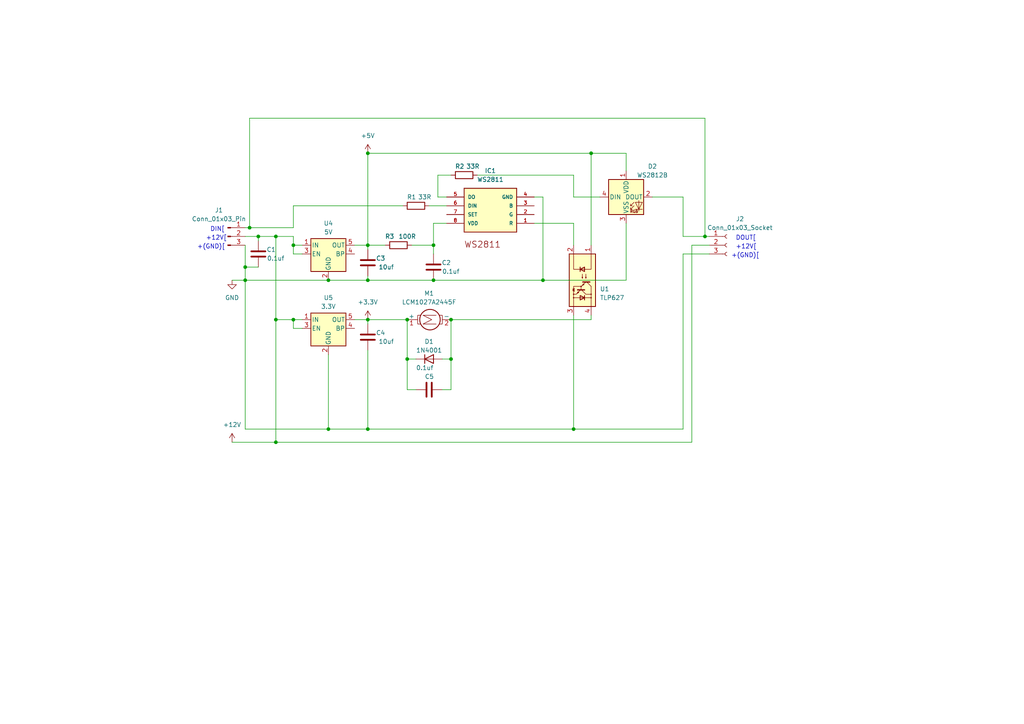
<source format=kicad_sch>
(kicad_sch (version 20230121) (generator eeschema)
  (paper "A4")
  (lib_symbols
    (symbol "Connector:Conn_01x03_Pin" (pin_names (offset 1.016) hide)
      (property "Reference" "J" (at 0 5.08 0))
      (property "Value" "Conn_01x03_Pin" (at 0 -5.08 0))
      (symbol "Conn_01x03_Pin_1_1"
        (polyline (pts (xy 1.27 -2.54) (xy 0.8636 -2.54)) (stroke (width 0.1524)))
        (polyline (pts (xy 1.27 0) (xy 0.8636 0)) (stroke (width 0.1524)))
        (polyline (pts (xy 1.27 2.54) (xy 0.8636 2.54)) (stroke (width 0.1524)))
        (rectangle (start 0.8636 -2.413) (end 0 -2.667) (stroke (width 0.1524)) (fill (type outline)))
        (rectangle (start 0.8636 0.127) (end 0 -0.127) (stroke (width 0.1524)) (fill (type outline)))
        (rectangle (start 0.8636 2.667) (end 0 2.413) (stroke (width 0.1524)) (fill (type outline)))
        (pin passive line (at 5.08 2.54 180) (length 3.81) (name "Pin_1") (number "1"))
        (pin passive line (at 5.08 0 180) (length 3.81) (name "Pin_2") (number "2"))
        (pin passive line (at 5.08 -2.54 180) (length 3.81) (name "Pin_3") (number "3"))
      )
    )
    (symbol "Connector:Conn_01x03_Socket" (pin_names (offset 1.016) hide)
      (property "Reference" "J" (at 0 5.08 0))
      (property "Value" "Conn_01x03_Socket" (at 0 -5.08 0))
      (symbol "Conn_01x03_Socket_1_1"
        (arc (start 0 -2.032) (mid -0.5058 -2.54) (end 0 -3.048) (stroke (width 0.1524)))
        (polyline (pts (xy -1.27 -2.54) (xy -0.508 -2.54)) (stroke (width 0.1524)))
        (polyline (pts (xy -1.27 0) (xy -0.508 0)) (stroke (width 0.1524)))
        (polyline (pts (xy -1.27 2.54) (xy -0.508 2.54)) (stroke (width 0.1524)))
        (arc (start 0 0.508) (mid -0.5058 0) (end 0 -0.508) (stroke (width 0.1524)))
        (arc (start 0 3.048) (mid -0.5058 2.54) (end 0 2.032) (stroke (width 0.1524)))
        (pin passive line (at -5.08 2.54 0) (length 3.81) (name "Pin_1") (number "1"))
        (pin passive line (at -5.08 0 0) (length 3.81) (name "Pin_2") (number "2"))
        (pin passive line (at -5.08 -2.54 0) (length 3.81) (name "Pin_3") (number "3"))
      )
    )
    (symbol "Device:C" (pin_numbers hide) (pin_names (offset 0.254))
      (property "Reference" "C" (at 0.635 2.54 0))
      (property "Value" "C" (at 0.635 -2.54 0))
      (symbol "C_0_1"
        (polyline (pts (xy -2.032 -0.762) (xy 2.032 -0.762)) (stroke (width 0.508)))
        (polyline (pts (xy -2.032 0.762) (xy 2.032 0.762)) (stroke (width 0.508)))
      )
      (symbol "C_1_1"
        (pin passive line (at 0 3.81 270) (length 2.794) (name "~") (number "1"))
        (pin passive line (at 0 -3.81 90) (length 2.794) (name "~") (number "2"))
      )
    )
    (symbol "Device:R" (pin_numbers hide) (pin_names (offset 0))
      (property "Reference" "R" (at 2.032 0 90))
      (property "Value" "R" (at 0 0 90))
      (symbol "R_0_1"
        (rectangle (start -1.016 -2.54) (end 1.016 2.54) (stroke (width 0.254)))
      )
      (symbol "R_1_1"
        (pin passive line (at 0 3.81 270) (length 1.27) (name "~") (number "1"))
        (pin passive line (at 0 -3.81 90) (length 1.27) (name "~") (number "2"))
      )
    )
    (symbol "Diode:1N4007" (pin_numbers hide) (pin_names hide)
      (property "Reference" "D" (at 0 2.54 0))
      (property "Value" "1N4007" (at 0 -2.54 0))
      (symbol "1N4007_0_1"
        (polyline (pts (xy -1.27 1.27) (xy -1.27 -1.27)) (stroke (width 0.254)))
        (polyline (pts (xy 1.27 0) (xy -1.27 0)))
        (polyline (pts (xy 1.27 1.27) (xy 1.27 -1.27) (xy -1.27 0) (xy 1.27 1.27)) (stroke (width 0.254)))
      )
      (symbol "1N4007_1_1"
        (pin passive line (at -3.81 0 0) (length 2.54) (name "K") (number "1"))
        (pin passive line (at 3.81 0 180) (length 2.54) (name "A") (number "2"))
      )
    )
    (symbol "Isolator:TLP627" (pin_names (offset 1.016))
      (property "Reference" "U" (at -7.62 5.08 0))
      (property "Value" "TLP627" (at 0 5.08 0))
      (symbol "TLP627_0_1"
        (rectangle (start -7.62 3.81) (end 7.62 -3.81) (stroke (width 0.254)) (fill (type background)))
        (polyline (pts (xy -3.81 -0.635) (xy -2.54 -0.635)) (stroke (width 0.254)))
        (polyline (pts (xy 0.508 1.016) (xy 1.778 -0.254)))
        (polyline (pts (xy 0.508 1.27) (xy 1.778 2.54)))
        (polyline (pts (xy 0.508 2.159) (xy 0.508 0.127)) (stroke (width 0.3556)))
        (polyline (pts (xy 1.778 2.54) (xy 7.62 2.54)))
        (polyline (pts (xy 2.794 -0.508) (xy 4.064 -1.778)))
        (polyline (pts (xy 2.794 -0.381) (xy 1.778 -0.381)))
        (polyline (pts (xy 2.794 -0.254) (xy 4.064 1.016)))
        (polyline (pts (xy 4.064 -2.54) (xy 7.62 -2.54)))
        (polyline (pts (xy 4.064 -1.778) (xy 4.064 -2.54)))
        (polyline (pts (xy 4.064 1.016) (xy 4.064 2.54)))
        (polyline (pts (xy 4.445 0.635) (xy 5.715 0.635)) (stroke (width 0.254)))
        (polyline (pts (xy 5.08 -0.635) (xy 5.08 -2.54)))
        (polyline (pts (xy 5.08 -0.635) (xy 5.08 2.54)))
        (polyline (pts (xy -7.62 2.54) (xy -3.175 2.54) (xy -3.175 0.635)))
        (polyline (pts (xy -3.175 0.762) (xy -3.175 -2.54) (xy -7.62 -2.54)))
        (polyline (pts (xy 2.794 0.635) (xy 2.794 -1.397) (xy 2.794 -1.397)) (stroke (width 0.3556)))
        (polyline (pts (xy -3.175 -0.635) (xy -3.81 0.635) (xy -2.54 0.635) (xy -3.175 -0.635)) (stroke (width 0.254)))
        (polyline (pts (xy 1.524 0) (xy 1.27 0.508) (xy 1.016 0.254) (xy 1.524 0)))
        (polyline (pts (xy 3.81 -1.524) (xy 3.556 -1.016) (xy 3.302 -1.27) (xy 3.81 -1.524)))
        (polyline (pts (xy 5.08 0.635) (xy 4.445 -0.635) (xy 5.715 -0.635) (xy 5.08 0.635)) (stroke (width 0.254)))
        (polyline (pts (xy -1.778 0) (xy -0.508 0) (xy -0.889 -0.127) (xy -0.889 0.127) (xy -0.508 0)))
        (polyline (pts (xy -1.778 1.016) (xy -0.508 1.016) (xy -0.889 0.889) (xy -0.889 1.143) (xy -0.508 1.016)))
        (polyline (pts (xy 1.778 -0.254) (xy 1.778 -2.54) (xy 2.286 -2.54) (xy 2.413 -2.286) (xy 2.54 -2.794) (xy 2.667 -2.286) (xy 2.794 -2.794) (xy 2.921 -2.286) (xy 3.048 -2.794) (xy 3.175 -2.286) (xy 3.302 -2.54) (xy 4.064 -2.54)))
        (circle (center 1.778 -0.381) (radius 0.127))
        (circle (center 4.064 -2.54) (radius 0.127))
        (circle (center 4.064 2.54) (radius 0.127))
        (circle (center 5.08 -2.54) (radius 0.127))
        (circle (center 5.08 2.54) (radius 0.127))
      )
      (symbol "TLP627_1_1"
        (pin passive line (at -10.16 2.54 0) (length 2.54) (name "~") (number "1"))
        (pin passive line (at -10.16 -2.54 0) (length 2.54) (name "~") (number "2"))
        (pin passive line (at 10.16 -2.54 180) (length 2.54) (name "~") (number "3"))
        (pin passive line (at 10.16 2.54 180) (length 2.54) (name "~") (number "4"))
      )
    )
    (symbol "LED:WS2812B" (pin_names (offset 0.254))
      (property "Reference" "D" (at 5.08 5.715 0))
      (property "Value" "WS2812B" (at 1.27 -5.715 0))
      (symbol "WS2812B_0_0"
        (text "RGB" (at 2.286 -4.191 0) (effects (font (size 0.762 0.762))))
      )
      (symbol "WS2812B_0_1"
        (polyline (pts (xy 1.27 -3.556) (xy 1.778 -3.556)))
        (polyline (pts (xy 1.27 -2.54) (xy 1.778 -2.54)))
        (polyline (pts (xy 4.699 -3.556) (xy 2.667 -3.556)))
        (polyline (pts (xy 2.286 -2.54) (xy 1.27 -3.556) (xy 1.27 -3.048)))
        (polyline (pts (xy 2.286 -1.524) (xy 1.27 -2.54) (xy 1.27 -2.032)))
        (polyline (pts (xy 3.683 -1.016) (xy 3.683 -3.556) (xy 3.683 -4.064)))
        (polyline (pts (xy 4.699 -1.524) (xy 2.667 -1.524) (xy 3.683 -3.556) (xy 4.699 -1.524)))
        (rectangle (start 5.08 5.08) (end -5.08 -5.08) (stroke (width 0.254)) (fill (type background)))
      )
      (symbol "WS2812B_1_1"
        (pin power_in line (at 0 7.62 270) (length 2.54) (name "VDD") (number "1"))
        (pin output line (at 7.62 0 180) (length 2.54) (name "DOUT") (number "2"))
        (pin power_in line (at 0 -7.62 90) (length 2.54) (name "VSS") (number "3"))
        (pin input line (at -7.62 0 0) (length 2.54) (name "DIN") (number "4"))
      )
    )
    (symbol "Motor:Motor_DC_ALT" (pin_names (offset 0))
      (property "Reference" "M" (at 2.54 2.54 0))
      (property "Value" "Motor_DC_ALT" (at 2.54 -5.08 0))
      (symbol "Motor_DC_ALT_0_0"
        (circle (center 0 -1.524) (radius 2.9718) (stroke (width 0.254)))
        (polyline (pts (xy -1.27 -4.318) (xy -1.27 -5.08) (xy 1.27 -5.08) (xy 1.27 -4.318)))
        (polyline (pts (xy -1.27 1.27) (xy -1.27 2.032) (xy 1.27 2.032) (xy 1.27 1.27)))
        (polyline (pts (xy -1.27 -3.302) (xy -1.27 0.508) (xy 0 -2.032) (xy 1.27 0.508) (xy 1.27 -3.302)))
      )
      (symbol "Motor_DC_ALT_0_1"
        (polyline (pts (xy 0 2.032) (xy 0 2.54)))
      )
      (symbol "Motor_DC_ALT_1_1"
        (pin passive line (at 0 5.08 270) (length 2.54) (name "+") (number "1"))
        (pin passive line (at 0 -7.62 90) (length 2.54) (name "-") (number "2"))
      )
    )
    (symbol "Regulator_Linear:MIC5205-5.0YM5" (pin_names (offset 0.254))
      (property "Reference" "U" (at -3.81 5.715 0))
      (property "Value" "MIC5205-5.0YM5" (at 0 5.715 0))
      (symbol "MIC5205-5.0YM5_0_1"
        (rectangle (start -5.08 4.445) (end 5.08 -5.08) (stroke (width 0.254)) (fill (type background)))
      )
      (symbol "MIC5205-5.0YM5_1_1"
        (pin power_in line (at -7.62 2.54 0) (length 2.54) (name "IN") (number "1"))
        (pin power_in line (at 0 -7.62 90) (length 2.54) (name "GND") (number "2"))
        (pin input line (at -7.62 0 0) (length 2.54) (name "EN") (number "3"))
        (pin input line (at 7.62 0 180) (length 2.54) (name "BP") (number "4"))
        (pin power_out line (at 7.62 2.54 180) (length 2.54) (name "OUT") (number "5"))
      )
    )
    (symbol "Regulator_Linear:SPX3819M5-L-3-0" (pin_names (offset 0.254))
      (property "Reference" "U" (at -3.81 5.715 0))
      (property "Value" "SPX3819M5-L-3-0" (at 0 5.715 0))
      (symbol "SPX3819M5-L-3-0_0_1"
        (rectangle (start -5.08 4.445) (end 5.08 -5.08) (stroke (width 0.254)) (fill (type background)))
      )
      (symbol "SPX3819M5-L-3-0_1_1"
        (pin power_in line (at -7.62 2.54 0) (length 2.54) (name "IN") (number "1"))
        (pin power_in line (at 0 -7.62 90) (length 2.54) (name "GND") (number "2"))
        (pin input line (at -7.62 0 0) (length 2.54) (name "EN") (number "3"))
        (pin input line (at 7.62 0 180) (length 2.54) (name "BP") (number "4"))
        (pin power_out line (at 7.62 2.54 180) (length 2.54) (name "OUT") (number "5"))
      )
    )
    (symbol "WS2811:WS2811" (pin_names (offset 1.016))
      (property "Reference" "IC" (at -7.62 -7.62 0))
      (property "Value" "WS2811" (at 0 0 0))
      (symbol "WS2811_0_0"
        (rectangle (start -7.62 -5.08) (end 7.62 7.62) (stroke (width 0.254)) (fill (type background)))
        (text "WS2811" (at 7.62 10.16 0) (effects (font (size 1.778 1.778)) (justify right top)))
        (pin open_collector line (at -12.7 5.08 0) (length 5.08) (name "R") (number "1"))
        (pin open_collector line (at -12.7 2.54 0) (length 5.08) (name "G") (number "2"))
        (pin open_collector line (at -12.7 0 0) (length 5.08) (name "B") (number "3"))
        (pin power_in line (at -12.7 -2.54 0) (length 5.08) (name "GND") (number "4"))
        (pin output line (at 12.7 -2.54 180) (length 5.08) (name "DO") (number "5"))
        (pin input line (at 12.7 0 180) (length 5.08) (name "DIN") (number "6"))
        (pin input line (at 12.7 2.54 180) (length 5.08) (name "SET") (number "7"))
        (pin power_in line (at 12.7 5.08 180) (length 5.08) (name "VDD") (number "8"))
      )
    )
    (symbol "power:+12V" (power) (pin_names (offset 0))
      (property "Value" "+12V" (at 0 3.556 0))
      (symbol "+12V_0_1"
        (polyline (pts (xy -0.762 1.27) (xy 0 2.54)))
        (polyline (pts (xy 0 0) (xy 0 2.54)))
        (polyline (pts (xy 0 2.54) (xy 0.762 1.27)))
      )
      (symbol "+12V_1_1"
        (pin power_in line (at 0 0 90) (length 0) hide (name "+12V") (number "1"))
      )
    )
    (symbol "power:+3.3V" (power) (pin_names (offset 0))
      (property "Value" "+3.3V" (at 0 3.556 0))
      (symbol "+3.3V_0_1"
        (polyline (pts (xy -0.762 1.27) (xy 0 2.54)))
        (polyline (pts (xy 0 0) (xy 0 2.54)))
        (polyline (pts (xy 0 2.54) (xy 0.762 1.27)))
      )
      (symbol "+3.3V_1_1"
        (pin power_in line (at 0 0 90) (length 0) hide (name "+3.3V") (number "1"))
      )
    )
    (symbol "power:+5V" (power) (pin_names (offset 0))
      (property "Value" "+5V" (at 0 3.556 0))
      (symbol "+5V_0_1"
        (polyline (pts (xy -0.762 1.27) (xy 0 2.54)))
        (polyline (pts (xy 0 0) (xy 0 2.54)))
        (polyline (pts (xy 0 2.54) (xy 0.762 1.27)))
      )
      (symbol "+5V_1_1"
        (pin power_in line (at 0 0 90) (length 0) hide (name "+5V") (number "1"))
      )
    )
    (symbol "power:GND" (power) (pin_names (offset 0))
      (property "Value" "GND" (at 0 -3.81 0))
      (symbol "GND_0_1"
        (polyline (pts (xy 0 0) (xy 0 -1.27) (xy 1.27 -1.27) (xy 0 -2.54) (xy -1.27 -1.27) (xy 0 -1.27)))
      )
      (symbol "GND_1_1"
        (pin power_in line (at 0 0 270) (length 0) hide (name "GND") (number "1"))
      )
    )
  )
  (junction (at 118.11 92.71))
  (junction (at 171.45 44.45))
  (junction (at 204.47 68.58))
  (junction (at 95.25 124.46))
  (junction (at 80.01 92.71))
  (junction (at 71.12 77.47))
  (junction (at 125.73 81.28))
  (junction (at 130.81 104.14))
  (junction (at 85.09 71.12))
  (junction (at 80.01 128.27))
  (junction (at 74.93 68.58))
  (junction (at 95.25 81.28))
  (junction (at 157.48 81.28))
  (junction (at 106.68 124.46))
  (junction (at 72.39 66.04))
  (junction (at 106.68 44.45))
  (junction (at 85.09 92.71))
  (junction (at 118.11 104.14))
  (junction (at 130.81 92.71))
  (junction (at 125.73 71.12))
  (junction (at 106.68 92.71))
  (junction (at 166.37 124.46))
  (junction (at 106.68 81.28))
  (junction (at 106.68 71.12))
  (junction (at 71.12 81.28))
  (junction (at 80.01 68.58))
  (wire (pts (xy 181.61 64.77) (xy 181.61 81.28)))
  (wire (pts (xy 87.63 95.25) (xy 85.09 95.25)))
  (wire (pts (xy 72.39 66.04) (xy 71.12 66.04)))
  (wire (pts (xy 119.38 71.12) (xy 125.73 71.12)))
  (wire (pts (xy 85.09 92.71) (xy 87.63 92.71)))
  (wire (pts (xy 85.09 68.58) (xy 85.09 71.12)))
  (wire (pts (xy 166.37 50.8) (xy 166.37 57.15)))
  (wire (pts (xy 128.27 104.14) (xy 130.81 104.14)))
  (wire (pts (xy 166.37 64.77) (xy 154.94 64.77)))
  (wire (pts (xy 95.25 102.87) (xy 95.25 124.46)))
  (wire (pts (xy 127 57.15) (xy 127 50.8)))
  (wire (pts (xy 106.68 71.12) (xy 111.76 71.12)))
  (wire (pts (xy 157.48 57.15) (xy 157.48 81.28)))
  (wire (pts (xy 166.37 57.15) (xy 173.99 57.15)))
  (wire (pts (xy 80.01 68.58) (xy 80.01 92.71)))
  (wire (pts (xy 154.94 57.15) (xy 157.48 57.15)))
  (wire (pts (xy 106.68 81.28) (xy 125.73 81.28)))
  (wire (pts (xy 102.87 92.71) (xy 106.68 92.71)))
  (wire (pts (xy 71.12 124.46) (xy 95.25 124.46)))
  (wire (pts (xy 106.68 124.46) (xy 166.37 124.46)))
  (wire (pts (xy 200.66 71.12) (xy 205.74 71.12)))
  (wire (pts (xy 74.93 68.58) (xy 80.01 68.58)))
  (wire (pts (xy 85.09 59.69) (xy 116.84 59.69)))
  (wire (pts (xy 95.25 81.28) (xy 106.68 81.28)))
  (wire (pts (xy 67.31 81.28) (xy 71.12 81.28)))
  (wire (pts (xy 118.11 104.14) (xy 120.65 104.14)))
  (wire (pts (xy 130.81 104.14) (xy 130.81 92.71)))
  (wire (pts (xy 171.45 92.71) (xy 130.81 92.71)))
  (wire (pts (xy 130.81 113.03) (xy 130.81 104.14)))
  (wire (pts (xy 200.66 71.12) (xy 200.66 128.27)))
  (wire (pts (xy 72.39 66.04) (xy 85.09 66.04)))
  (wire (pts (xy 85.09 95.25) (xy 85.09 92.71)))
  (wire (pts (xy 166.37 91.44) (xy 166.37 124.46)))
  (wire (pts (xy 80.01 92.71) (xy 80.01 128.27)))
  (wire (pts (xy 71.12 77.47) (xy 71.12 81.28)))
  (wire (pts (xy 120.65 113.03) (xy 118.11 113.03)))
  (wire (pts (xy 71.12 71.12) (xy 71.12 77.47)))
  (wire (pts (xy 171.45 91.44) (xy 171.45 92.71)))
  (wire (pts (xy 118.11 92.71) (xy 118.11 104.14)))
  (wire (pts (xy 129.54 57.15) (xy 127 57.15)))
  (wire (pts (xy 71.12 81.28) (xy 95.25 81.28)))
  (wire (pts (xy 171.45 44.45) (xy 181.61 44.45)))
  (wire (pts (xy 106.68 44.45) (xy 106.68 71.12)))
  (wire (pts (xy 138.43 50.8) (xy 166.37 50.8)))
  (wire (pts (xy 198.12 73.66) (xy 198.12 124.46)))
  (wire (pts (xy 198.12 68.58) (xy 204.47 68.58)))
  (wire (pts (xy 125.73 71.12) (xy 125.73 73.66)))
  (wire (pts (xy 106.68 92.71) (xy 106.68 93.98)))
  (wire (pts (xy 106.68 44.45) (xy 171.45 44.45)))
  (wire (pts (xy 204.47 34.29) (xy 204.47 68.58)))
  (wire (pts (xy 166.37 124.46) (xy 198.12 124.46)))
  (wire (pts (xy 71.12 68.58) (xy 74.93 68.58)))
  (wire (pts (xy 125.73 81.28) (xy 157.48 81.28)))
  (wire (pts (xy 102.87 71.12) (xy 106.68 71.12)))
  (wire (pts (xy 106.68 92.71) (xy 118.11 92.71)))
  (wire (pts (xy 106.68 80.01) (xy 106.68 81.28)))
  (wire (pts (xy 125.73 71.12) (xy 125.73 64.77)))
  (wire (pts (xy 125.73 64.77) (xy 129.54 64.77)))
  (wire (pts (xy 72.39 34.29) (xy 204.47 34.29)))
  (wire (pts (xy 85.09 59.69) (xy 85.09 66.04)))
  (wire (pts (xy 127 50.8) (xy 130.81 50.8)))
  (wire (pts (xy 71.12 77.47) (xy 74.93 77.47)))
  (wire (pts (xy 198.12 57.15) (xy 189.23 57.15)))
  (wire (pts (xy 204.47 68.58) (xy 205.74 68.58)))
  (wire (pts (xy 157.48 81.28) (xy 181.61 81.28)))
  (wire (pts (xy 198.12 73.66) (xy 205.74 73.66)))
  (wire (pts (xy 71.12 81.28) (xy 71.12 124.46)))
  (wire (pts (xy 80.01 68.58) (xy 85.09 68.58)))
  (wire (pts (xy 181.61 49.53) (xy 181.61 44.45)))
  (wire (pts (xy 87.63 73.66) (xy 85.09 73.66)))
  (wire (pts (xy 85.09 71.12) (xy 87.63 71.12)))
  (wire (pts (xy 67.31 128.27) (xy 80.01 128.27)))
  (wire (pts (xy 171.45 44.45) (xy 171.45 71.12)))
  (wire (pts (xy 106.68 71.12) (xy 106.68 72.39)))
  (wire (pts (xy 166.37 71.12) (xy 166.37 64.77)))
  (wire (pts (xy 74.93 68.58) (xy 74.93 69.85)))
  (wire (pts (xy 95.25 124.46) (xy 106.68 124.46)))
  (wire (pts (xy 124.46 59.69) (xy 129.54 59.69)))
  (wire (pts (xy 106.68 101.6) (xy 106.68 124.46)))
  (wire (pts (xy 128.27 113.03) (xy 130.81 113.03)))
  (wire (pts (xy 118.11 113.03) (xy 118.11 104.14)))
  (wire (pts (xy 80.01 92.71) (xy 85.09 92.71)))
  (wire (pts (xy 80.01 128.27) (xy 200.66 128.27)))
  (wire (pts (xy 198.12 57.15) (xy 198.12 68.58)))
  (wire (pts (xy 72.39 66.04) (xy 72.39 34.29)))
  (wire (pts (xy 85.09 73.66) (xy 85.09 71.12)))
  (text "+(GND)[\n" (at 57.15 72.39 0) (effects (font (size 1.27 1.27)) (justify left bottom)))
  (text "DIN[\n" (at 60.96 67.31 0) (effects (font (size 1.27 1.27)) (justify left bottom)))
  (text "+(GND)[\n" (at 212.09 74.93 0) (effects (font (size 1.27 1.27)) (justify left bottom)))
  (text "+12V[\n" (at 59.69 69.85 0) (effects (font (size 1.27 1.27)) (justify left bottom)))
  (text "+12V[\n" (at 213.36 72.39 0) (effects (font (size 1.27 1.27)) (justify left bottom)))
  (text "DOUT[\n" (at 213.36 69.85 0) (effects (font (size 1.27 1.27)) (justify left bottom)))
  (symbol (lib_id "Regulator_Linear:SPX3819M5-L-3-0") (at 95.25 95.25 0) (unit 1)
    (property "Reference" "U5" (at 95.25 86.36 0))
    (property "Value" "3.3V" (at 95.25 88.9 0))
    (property "Footprint" "1_My_custom_library:SPX3819M5-L-3-3" (effects hide))
    (property "Datasheet" "https://assets.maxlinear.com/web/documents/spx3819.pdf" (effects hide))
    (property "LCSC" "C9055" (effects hide))
  )
  (symbol (lib_id "Isolator:TLP627") (at 168.91 81.28 270) (unit 1)
    (property "Reference" "U1" (at 173.99 83.82 90) (effects (justify left)))
    (property "Value" "TLP627" (at 173.99 86.36 90) (effects (justify left)))
    (property "Footprint" "1_My_custom_library:TLP627" (effects hide))
    (property "Datasheet" "https://akizukidenshi.com/download/ds/toshiba/tlp627.pdf" (effects hide))
    (property "LCSC" "C30336" (effects hide))
  )
  (symbol (lib_id "Regulator_Linear:MIC5205-5.0YM5") (at 95.25 73.66 0) (unit 1)
    (property "Reference" "U4" (at 95.25 64.77 0))
    (property "Value" "5V" (at 95.25 67.31 0))
    (property "Footprint" "1_My_custom_library:SPX3819M5-L-5-0" (effects hide))
    (property "Datasheet" "https://assets.maxlinear.com/web/documents/spx3819.pdf" (effects hide))
    (property "LCSC" "C13417" (effects hide))
  )
  (symbol (lib_id "Motor:Motor_DC_ALT") (at 123.19 92.71 90) (unit 1)
    (property "Reference" "M1" (at 124.46 85.09 90))
    (property "Value" "LCM1027A2445F" (at 124.46 87.63 90))
    (property "Footprint" "1_My_custom_library:VIBRATING-MOTOR-SMD_WELDING" (effects hide))
    (property "Datasheet" "https://datasheet.lcsc.com/lcsc/2103261932_LEADER-LCM1027A2445F_C2759984.pdf" (effects hide))
    (property "LCSC" "C2759984" (effects hide))
  )
  (symbol (lib_id "WS2811:WS2811") (at 142.24 59.69 180) (unit 1)
    (property "Reference" "IC1" (at 142.24 49.53 0))
    (property "Value" "WS2811" (at 142.24 52.07 0))
    (property "Footprint" "1_My_custom_library:WS2811" (effects hide))
    (property "Datasheet" "http://www.peace-corp.co.jp/data/ws2811.pdf" (effects hide))
    (property "LCSC" "C114581" (effects hide))
  )
  (symbol (lib_id "LED:WS2812B") (at 181.61 57.15 0) (unit 1)
    (property "Reference" "D2" (at 189.23 48.26 0))
    (property "Value" "WS2812B" (at 189.23 50.8 0))
    (property "Footprint" "1_My_custom_library:WS2812B-V5W" (effects hide))
    (property "Datasheet" "https://cdn-shop.adafruit.com/datasheets/WS2812B.pdf" (effects hide))
    (property "LCSC" "C2874885" (effects hide))
  )
  (symbol (lib_id "Diode:1N4007") (at 124.46 104.14 0) (unit 1)
    (property "Reference" "D1" (at 124.46 99.06 0))
    (property "Value" "1N4001" (at 124.46 101.6 0))
    (property "Footprint" "Diode_SMD:D_SOD-123F" (effects hide))
    (property "Datasheet" "http://www.vishay.com/docs/88503/1n4001.pdf" (effects hide))
    (property "Sim.Device" "D" (effects hide))
    (property "Sim.Pins" "1=K 2=A" (effects hide))
    (property "LCSC" "C2944152" (effects hide))
  )
  (symbol (lib_id "Device:R") (at 120.65 59.69 90) (unit 1)
    (property "Reference" "R1" (at 119.38 57.15 90))
    (property "Value" "33R" (at 123.19 57.15 90))
    (property "Footprint" "Resistor_SMD:R_0603_1608Metric" (effects hide))
    (property "Datasheet" "https://datasheet.lcsc.com/lcsc/2206010116_UNI-ROYAL-Uniroyal-Elec-0603WAF330JT5E_C23140.pdf" (effects hide))
    (property "LCSC" "C23140" (effects hide))
  )
  (symbol (lib_id "Device:R") (at 134.62 50.8 90) (unit 1)
    (property "Reference" "R2" (at 133.35 48.26 90))
    (property "Value" "33R" (at 137.16 48.26 90))
    (property "Footprint" "Resistor_SMD:R_0603_1608Metric" (effects hide))
    (property "Datasheet" "https://www.koaspeer.com/pdfs/RK73B.pdf" (effects hide))
    (property "LCSC" "C23140" (effects hide))
  )
  (symbol (lib_id "power:+5V") (at 106.68 44.45 0) (unit 1)
    (property "Reference" "#PWR03" (effects hide))
    (property "Value" "+5V" (at 106.68 39.37 0))
  )
  (symbol (lib_id "Device:C") (at 74.93 73.66 180) (unit 1)
    (property "Reference" "C1" (at 80.01 72.39 0) (effects (justify left)))
    (property "Value" "0.1uf" (at 82.55 74.93 0) (effects (justify left)))
    (property "Footprint" "Capacitor_SMD:C_0603_1608Metric" (effects hide))
    (property "Datasheet" "https://search.murata.co.jp/Ceramy/image/img/A01X/G101/ENG/GRM188R71C104KA01-01.pdf" (effects hide))
    (property "LCSC" "C45000" (effects hide))
  )
  (symbol (lib_id "Device:C") (at 124.46 113.03 270) (unit 1)
    (property "Reference" "C5" (at 123.19 109.22 90) (effects (justify left)))
    (property "Value" "0.1uf" (at 120.65 106.68 90) (effects (justify left)))
    (property "Footprint" "Capacitor_SMD:C_0603_1608Metric" (effects hide))
    (property "Datasheet" "https://search.murata.co.jp/Ceramy/image/img/A01X/G101/ENG/GRM188R71C104KA01-01.pdf" (effects hide))
    (property "LCSC" "C45000" (effects hide))
  )
  (symbol (lib_id "Device:R") (at 115.57 71.12 90) (unit 1)
    (property "Reference" "R3" (at 113.03 68.58 90))
    (property "Value" "100R" (at 118.11 68.58 90))
    (property "Footprint" "Resistor_SMD:R_0603_1608Metric" (effects hide))
    (property "Datasheet" "https://datasheet.lcsc.com/lcsc/2206010130_UNI-ROYAL-Uniroyal-Elec-0603WAF1000T5E_C22775.pdf" (effects hide))
    (property "LCSC" "C22775" (effects hide))
  )
  (symbol (lib_id "power:+3.3V") (at 106.68 92.71 0) (unit 1)
    (property "Reference" "#PWR04" (effects hide))
    (property "Value" "+3.3V" (at 106.68 87.63 0))
  )
  (symbol (lib_id "Connector:Conn_01x03_Pin") (at 66.04 68.58 0) (unit 1)
    (property "Reference" "J1" (at 63.5 60.96 0))
    (property "Value" "Conn_01x03_Pin" (at 63.5 63.5 0))
    (property "Footprint" "1_My_custom_library:tape_connector_in_3" (effects hide))
  )
  (symbol (lib_id "Device:C") (at 106.68 97.79 180) (unit 1)
    (property "Reference" "C4" (at 111.76 96.52 0) (effects (justify left)))
    (property "Value" "10uf" (at 114.3 99.06 0) (effects (justify left)))
    (property "Footprint" "Capacitor_SMD:C_0603_1608Metric" (effects hide))
    (property "Datasheet" "https://search.murata.co.jp/Ceramy/image/img/A01X/G101/ENG/GRM188D71A106KA73-01.pdf" (effects hide))
    (property "LCSC" "C385037" (effects hide))
  )
  (symbol (lib_id "Device:C") (at 106.68 76.2 180) (unit 1)
    (property "Reference" "C3" (at 111.76 74.93 0) (effects (justify left)))
    (property "Value" "10uf" (at 114.3 77.47 0) (effects (justify left)))
    (property "Footprint" "Capacitor_SMD:C_0603_1608Metric" (effects hide))
    (property "Datasheet" "https://search.murata.co.jp/Ceramy/image/img/A01X/G101/ENG/GRM188D71A106KA73-01.pdf" (effects hide))
    (property "LCSC" "C385037" (effects hide))
  )
  (symbol (lib_id "Connector:Conn_01x03_Socket") (at 210.82 71.12 0) (unit 1)
    (property "Reference" "J2" (at 214.63 63.5 0))
    (property "Value" "Conn_01x03_Socket" (at 214.63 66.04 0))
    (property "Footprint" "1_My_custom_library:tape_connector_in_3" (effects hide))
  )
  (symbol (lib_id "Device:C") (at 125.73 77.47 180) (unit 1)
    (property "Reference" "C2" (at 130.81 76.2 0) (effects (justify left)))
    (property "Value" "0.1uf" (at 133.35 78.74 0) (effects (justify left)))
    (property "Footprint" "Capacitor_SMD:C_0603_1608Metric" (effects hide))
    (property "Datasheet" "https://search.murata.co.jp/Ceramy/image/img/A01X/G101/ENG/GRM188R71C104KA01-01.pdf" (effects hide))
    (property "LCSC" "C45000" (effects hide))
  )
  (symbol (lib_id "power:GND") (at 67.31 81.28 0) (unit 1)
    (property "Reference" "#PWR01" (effects hide))
    (property "Value" "GND" (at 67.31 86.36 0))
  )
  (symbol (lib_id "power:+12V") (at 67.31 128.27 0) (unit 1)
    (property "Reference" "#PWR02" (effects hide))
    (property "Value" "+12V" (at 67.31 123.19 0))
  )
)
</source>
